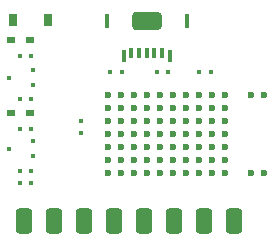
<source format=gbr>
%TF.GenerationSoftware,Altium Limited,Altium Designer,20.2.6 (244)*%
G04 Layer_Color=8421504*
%FSLAX45Y45*%
%MOMM*%
%TF.SameCoordinates,9E4D4D7D-1FFC-428C-BB03-7E89B6F1CBBC*%
%TF.FilePolarity,Positive*%
%TF.FileFunction,Paste,Top*%
%TF.Part,Single*%
G01*
G75*
%TA.AperFunction,BGAPad,CuDef*%
%ADD10C,0.60000*%
%TA.AperFunction,SMDPad,CuDef*%
G04:AMPARAMS|DCode=13|XSize=1.4mm|YSize=2.2mm|CornerRadius=0.35mm|HoleSize=0mm|Usage=FLASHONLY|Rotation=0.000|XOffset=0mm|YOffset=0mm|HoleType=Round|Shape=RoundedRectangle|*
%AMROUNDEDRECTD13*
21,1,1.40000,1.50000,0,0,0.0*
21,1,0.70000,2.20000,0,0,0.0*
1,1,0.70000,0.35000,-0.75000*
1,1,0.70000,-0.35000,-0.75000*
1,1,0.70000,-0.35000,0.75000*
1,1,0.70000,0.35000,0.75000*
%
%ADD13ROUNDEDRECTD13*%
%TA.AperFunction,NonConductor*%
%ADD96R,0.40000X0.40000*%
%ADD97R,0.40000X0.95000*%
%ADD98R,0.40000X1.15000*%
%ADD99R,0.30000X1.10000*%
%ADD100R,0.65000X1.09999*%
%ADD101R,0.80000X0.50000*%
%TA.AperFunction,SMDPad,CuDef*%
G04:AMPARAMS|DCode=102|XSize=2.5mm|YSize=1.5mm|CornerRadius=0.275mm|HoleSize=0mm|Usage=FLASHONLY|Rotation=180.000|XOffset=0mm|YOffset=0mm|HoleType=Round|Shape=RoundedRectangle|*
%AMROUNDEDRECTD102*
21,1,2.50000,0.95000,0,0,180.0*
21,1,1.95000,1.50000,0,0,180.0*
1,1,0.55000,-0.97500,0.47500*
1,1,0.55000,0.97500,0.47500*
1,1,0.55000,0.97500,-0.47500*
1,1,0.55000,-0.97500,-0.47500*
%
%ADD102ROUNDEDRECTD102*%
D10*
X1540000Y570000D02*
D03*
X1650000D02*
D03*
X1760000D02*
D03*
X1870000D02*
D03*
X1980000D02*
D03*
X2090000D02*
D03*
X2200000D02*
D03*
X2310000D02*
D03*
X2420000D02*
D03*
X2530000D02*
D03*
X2750000D02*
D03*
X2860000D02*
D03*
X1540000Y680000D02*
D03*
X1650000D02*
D03*
X1760000D02*
D03*
X1870000D02*
D03*
X1980000D02*
D03*
X2090000D02*
D03*
X2200000D02*
D03*
X2310000D02*
D03*
X2420000D02*
D03*
X2530000D02*
D03*
X1540000Y790000D02*
D03*
X1650000D02*
D03*
X1760000D02*
D03*
X1870000D02*
D03*
X1980000D02*
D03*
X2090000D02*
D03*
X2200000D02*
D03*
X2310000D02*
D03*
X2420000D02*
D03*
X2530000D02*
D03*
X1540000Y900000D02*
D03*
X1650000D02*
D03*
X1760000D02*
D03*
X1870000D02*
D03*
X1980000D02*
D03*
X2090000D02*
D03*
X2200000D02*
D03*
X2310000D02*
D03*
X2420000D02*
D03*
X2530000D02*
D03*
X1540000Y1010000D02*
D03*
X1650000D02*
D03*
X1760000D02*
D03*
X1870000D02*
D03*
X1980000D02*
D03*
X2090000D02*
D03*
X2200000D02*
D03*
X2310000D02*
D03*
X2420000D02*
D03*
X2530000D02*
D03*
X1540000Y1120000D02*
D03*
X1650000D02*
D03*
X1760000D02*
D03*
X1870000D02*
D03*
X1980000D02*
D03*
X2090000D02*
D03*
X2200000D02*
D03*
X2310000D02*
D03*
X2420000D02*
D03*
X2530000D02*
D03*
X1540000Y1230000D02*
D03*
X1650000D02*
D03*
X1760000D02*
D03*
X1870000D02*
D03*
X1980000D02*
D03*
X2090000D02*
D03*
X2200000D02*
D03*
X2310000D02*
D03*
X2420000D02*
D03*
X2530000D02*
D03*
X2750000D02*
D03*
X2860000D02*
D03*
D13*
X1334000Y170000D02*
D03*
X2350000D02*
D03*
X1080000D02*
D03*
X826000D02*
D03*
X2096000D02*
D03*
X1842000D02*
D03*
X2604000D02*
D03*
X1588000D02*
D03*
D96*
X700003Y1380000D02*
D03*
X899996Y1445000D02*
D03*
Y1315004D02*
D03*
X700003Y780000D02*
D03*
X899996Y845000D02*
D03*
Y715003D02*
D03*
X790003Y1200000D02*
D03*
X889996D02*
D03*
X890000Y1560000D02*
D03*
X789999D02*
D03*
X2410000Y1430000D02*
D03*
X2310000D02*
D03*
X1950003D02*
D03*
X2049996D02*
D03*
X890000Y590000D02*
D03*
X789999D02*
D03*
X890000Y950000D02*
D03*
X789999D02*
D03*
X1660000Y1430000D02*
D03*
X1560000D02*
D03*
X890000Y490000D02*
D03*
X789999D02*
D03*
X1310000Y1010000D02*
D03*
X1309999Y910000D02*
D03*
D97*
X1997500Y1587500D02*
D03*
X1932497D02*
D03*
X1867496D02*
D03*
X1802500D02*
D03*
X1737500D02*
D03*
D98*
X2207500Y1862498D02*
D03*
X1527500Y1857498D02*
D03*
D99*
X1672503Y1560000D02*
D03*
X2062497D02*
D03*
D100*
X1027498Y1870000D02*
D03*
X732502D02*
D03*
D101*
X720003Y1700000D02*
D03*
X880000D02*
D03*
X720003Y1080000D02*
D03*
X880000D02*
D03*
D102*
X1867500Y1860000D02*
D03*
%TF.MD5,74b651243710797e090cd2babacd8967*%
M02*

</source>
